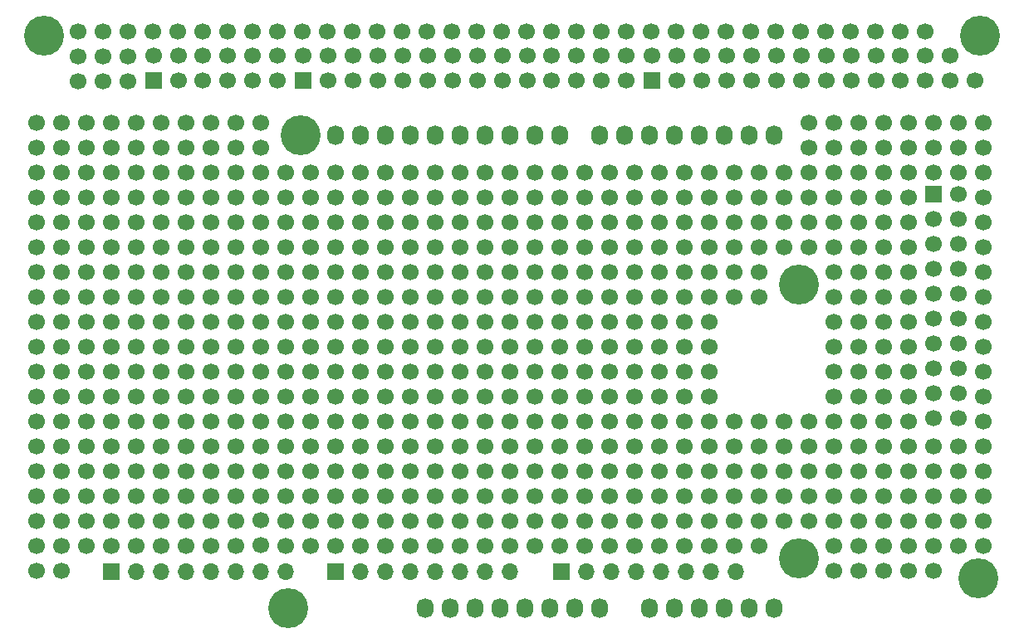
<source format=gbs>
G04 #@! TF.GenerationSoftware,KiCad,Pcbnew,5.1.2*
G04 #@! TF.CreationDate,2019-07-20T20:27:19-05:00*
G04 #@! TF.ProjectId,arduino_shield,61726475-696e-46f5-9f73-6869656c642e,rev?*
G04 #@! TF.SameCoordinates,Original*
G04 #@! TF.FileFunction,Soldermask,Bot*
G04 #@! TF.FilePolarity,Negative*
%FSLAX46Y46*%
G04 Gerber Fmt 4.6, Leading zero omitted, Abs format (unit mm)*
G04 Created by KiCad (PCBNEW 5.1.2) date 2019-07-20 20:27:19*
%MOMM*%
%LPD*%
G04 APERTURE LIST*
%ADD10C,4.064000*%
%ADD11C,3.600000*%
%ADD12R,1.700000X1.700000*%
%ADD13C,1.700000*%
%ADD14O,1.700000X1.700000*%
%ADD15O,1.727200X2.032000*%
G04 APERTURE END LIST*
D10*
X195326000Y-120777000D03*
X195453000Y-65405000D03*
X100076000Y-65405000D03*
D11*
X195351000Y-120657000D03*
X100051000Y-65357000D03*
X195351000Y-65357000D03*
D12*
X190731000Y-81577000D03*
D13*
X193271000Y-81577000D03*
X190731000Y-84117000D03*
X193271000Y-84117000D03*
X190731000Y-86657000D03*
X193271000Y-86657000D03*
X190731000Y-89197000D03*
X193271000Y-89197000D03*
X190731000Y-91737000D03*
X193271000Y-91737000D03*
X190731000Y-94277000D03*
X193271000Y-94277000D03*
X190731000Y-96817000D03*
X193271000Y-96817000D03*
X190731000Y-99357000D03*
X193271000Y-99357000D03*
X190731000Y-101897000D03*
X193271000Y-101897000D03*
X190731000Y-104437000D03*
X193271000Y-104437000D03*
D12*
X161991000Y-69977000D03*
D13*
X161991000Y-67437000D03*
X164531000Y-69977000D03*
X164531000Y-67437000D03*
X167071000Y-69977000D03*
X167071000Y-67437000D03*
X169611000Y-69977000D03*
X169611000Y-67437000D03*
X172151000Y-69977000D03*
X172151000Y-67437000D03*
X174691000Y-69977000D03*
X174691000Y-67437000D03*
X177231000Y-69977000D03*
X177231000Y-67437000D03*
X179771000Y-69977000D03*
X179771000Y-67437000D03*
X182311000Y-69977000D03*
X182311000Y-67437000D03*
X184851000Y-69977000D03*
X184851000Y-67437000D03*
D12*
X126431000Y-69977000D03*
D13*
X126431000Y-67437000D03*
X128971000Y-69977000D03*
X128971000Y-67437000D03*
X131511000Y-69977000D03*
X131511000Y-67437000D03*
X134051000Y-69977000D03*
X134051000Y-67437000D03*
X136591000Y-69977000D03*
X136591000Y-67437000D03*
X139131000Y-69977000D03*
X139131000Y-67437000D03*
X141671000Y-69977000D03*
X141671000Y-67437000D03*
X144211000Y-69977000D03*
X144211000Y-67437000D03*
X146751000Y-69977000D03*
X146751000Y-67437000D03*
X149291000Y-69977000D03*
X149291000Y-67437000D03*
D12*
X111191000Y-69977000D03*
D13*
X111191000Y-67437000D03*
X113731000Y-69977000D03*
X113731000Y-67437000D03*
X101854000Y-120015000D03*
X99314000Y-120015000D03*
X101803200Y-76860400D03*
X99263200Y-74320400D03*
X99263200Y-76860400D03*
X101803200Y-74320400D03*
X111963200Y-76860400D03*
X106883200Y-74320400D03*
X104343200Y-76860400D03*
X114503200Y-76860400D03*
X109423200Y-76860400D03*
X106883200Y-76860400D03*
X122123200Y-76860400D03*
X119583200Y-74320400D03*
X111963200Y-74320400D03*
X119583200Y-76860400D03*
X109423200Y-74320400D03*
X117043200Y-76860400D03*
X117043200Y-74320400D03*
X122123200Y-74320400D03*
X114503200Y-74320400D03*
X104343200Y-74320400D03*
X122174000Y-117449600D03*
X122174000Y-114909600D03*
X119634000Y-117475000D03*
X117094000Y-117475000D03*
X114554000Y-117475000D03*
X112014000Y-117475000D03*
X109474000Y-117475000D03*
X106934000Y-117475000D03*
X104394000Y-117475000D03*
X101854000Y-117475000D03*
X99314000Y-117475000D03*
X119634000Y-114935000D03*
X117094000Y-114935000D03*
X114554000Y-114935000D03*
X112014000Y-114935000D03*
X109474000Y-114935000D03*
X106934000Y-114935000D03*
X104394000Y-114935000D03*
X101854000Y-114935000D03*
X99314000Y-114935000D03*
X119634000Y-112395000D03*
X117094000Y-112395000D03*
X114554000Y-112395000D03*
X112014000Y-112395000D03*
X109474000Y-112395000D03*
X106934000Y-112395000D03*
X104394000Y-112395000D03*
X101854000Y-112395000D03*
X99314000Y-112395000D03*
X119634000Y-109855000D03*
X117094000Y-109855000D03*
X114554000Y-109855000D03*
X112014000Y-109855000D03*
X109474000Y-109855000D03*
X106934000Y-109855000D03*
X104394000Y-109855000D03*
X101854000Y-109855000D03*
X99314000Y-109855000D03*
X119634000Y-107315000D03*
X117094000Y-107315000D03*
X114554000Y-107315000D03*
X112014000Y-107315000D03*
X109474000Y-107315000D03*
X106934000Y-107315000D03*
X104394000Y-107315000D03*
X101854000Y-107315000D03*
X99314000Y-107315000D03*
X119634000Y-104775000D03*
X117094000Y-104775000D03*
X114554000Y-104775000D03*
X112014000Y-104775000D03*
X109474000Y-104775000D03*
X106934000Y-104775000D03*
X104394000Y-104775000D03*
X101854000Y-104775000D03*
X99314000Y-104775000D03*
X119634000Y-102235000D03*
X117094000Y-102235000D03*
X114554000Y-102235000D03*
X112014000Y-102235000D03*
X109474000Y-102235000D03*
X106934000Y-102235000D03*
X104394000Y-102235000D03*
X101854000Y-102235000D03*
X99314000Y-102235000D03*
X119634000Y-99695000D03*
X117094000Y-99695000D03*
X114554000Y-99695000D03*
X112014000Y-99695000D03*
X109474000Y-99695000D03*
X106934000Y-99695000D03*
X104394000Y-99695000D03*
X101854000Y-99695000D03*
X99314000Y-99695000D03*
X119634000Y-97155000D03*
X117094000Y-97155000D03*
X114554000Y-97155000D03*
X112014000Y-97155000D03*
X109474000Y-97155000D03*
X106934000Y-97155000D03*
X104394000Y-97155000D03*
X101854000Y-97155000D03*
X99314000Y-97155000D03*
X119634000Y-94615000D03*
X117094000Y-94615000D03*
X114554000Y-94615000D03*
X112014000Y-94615000D03*
X109474000Y-94615000D03*
X106934000Y-94615000D03*
X104394000Y-94615000D03*
X101854000Y-94615000D03*
X99314000Y-94615000D03*
X119634000Y-92075000D03*
X117094000Y-92075000D03*
X114554000Y-92075000D03*
X112014000Y-92075000D03*
X109474000Y-92075000D03*
X106934000Y-92075000D03*
X104394000Y-92075000D03*
X101854000Y-92075000D03*
X99314000Y-92075000D03*
X119634000Y-89535000D03*
X117094000Y-89535000D03*
X114554000Y-89535000D03*
X112014000Y-89535000D03*
X109474000Y-89535000D03*
X106934000Y-89535000D03*
X104394000Y-89535000D03*
X101854000Y-89535000D03*
X99314000Y-89535000D03*
X119634000Y-86995000D03*
X117094000Y-86995000D03*
X114554000Y-86995000D03*
X112014000Y-86995000D03*
X109474000Y-86995000D03*
X106934000Y-86995000D03*
X104394000Y-86995000D03*
X101854000Y-86995000D03*
X99314000Y-86995000D03*
X119634000Y-84455000D03*
X117094000Y-84455000D03*
X114554000Y-84455000D03*
X112014000Y-84455000D03*
X109474000Y-84455000D03*
X106934000Y-84455000D03*
X104394000Y-84455000D03*
X101854000Y-84455000D03*
X99314000Y-84455000D03*
X119634000Y-81915000D03*
X117094000Y-81915000D03*
X114554000Y-81915000D03*
X112014000Y-81915000D03*
X109474000Y-81915000D03*
X106934000Y-81915000D03*
X104394000Y-81915000D03*
X101854000Y-81915000D03*
X99314000Y-81915000D03*
X195834000Y-79375000D03*
X193294000Y-79375000D03*
X190754000Y-79375000D03*
X188214000Y-79375000D03*
X185674000Y-79375000D03*
X183134000Y-79375000D03*
X180594000Y-79375000D03*
X178054000Y-79375000D03*
X175514000Y-79375000D03*
X172974000Y-79375000D03*
X170434000Y-79375000D03*
X167894000Y-79375000D03*
X165354000Y-79375000D03*
X162814000Y-79375000D03*
X160274000Y-79375000D03*
X157734000Y-79375000D03*
X155194000Y-79375000D03*
X152654000Y-79375000D03*
X150114000Y-79375000D03*
X147574000Y-79375000D03*
X145034000Y-79375000D03*
X142494000Y-79375000D03*
X139954000Y-79375000D03*
X137414000Y-79375000D03*
X134874000Y-79375000D03*
X132334000Y-79375000D03*
X129794000Y-79375000D03*
X127254000Y-79375000D03*
X124714000Y-79375000D03*
X122174000Y-79375000D03*
X119634000Y-79375000D03*
X117094000Y-79375000D03*
X114554000Y-79375000D03*
X112014000Y-79375000D03*
X109474000Y-79375000D03*
X106934000Y-79375000D03*
X104394000Y-79375000D03*
X101854000Y-79375000D03*
X99314000Y-79375000D03*
D14*
X147574000Y-120142000D03*
X145034000Y-120142000D03*
X142494000Y-120142000D03*
X139954000Y-120142000D03*
X137414000Y-120142000D03*
X134874000Y-120142000D03*
X132334000Y-120142000D03*
D12*
X129794000Y-120142000D03*
D14*
X124714000Y-120142000D03*
X122174000Y-120142000D03*
X119634000Y-120142000D03*
X117094000Y-120142000D03*
X114554000Y-120142000D03*
X112014000Y-120142000D03*
X109474000Y-120142000D03*
D12*
X106934000Y-120142000D03*
D14*
X170561000Y-120142000D03*
X168021000Y-120142000D03*
X165481000Y-120142000D03*
X162941000Y-120142000D03*
X160401000Y-120142000D03*
X157861000Y-120142000D03*
X155321000Y-120142000D03*
D12*
X152781000Y-120142000D03*
D13*
X190703200Y-120040400D03*
X188163200Y-120040400D03*
X185623200Y-120040400D03*
X183083200Y-120040400D03*
X180543200Y-120040400D03*
X195783200Y-74320400D03*
X193243200Y-74320400D03*
X190703200Y-74320400D03*
X188163200Y-74320400D03*
X185623200Y-74320400D03*
X183083200Y-74320400D03*
X180543200Y-74320400D03*
X195783200Y-76860400D03*
X193243200Y-76860400D03*
X190703200Y-76860400D03*
X188163200Y-76860400D03*
X185623200Y-76860400D03*
X183083200Y-76860400D03*
X180543200Y-76860400D03*
X178003200Y-74320400D03*
X178003200Y-76860400D03*
X195783200Y-117500400D03*
X193243200Y-117500400D03*
X190703200Y-117500400D03*
X188163200Y-117500400D03*
X185623200Y-117500400D03*
X183083200Y-117500400D03*
X180543200Y-117500400D03*
X194957700Y-69977000D03*
X192417700Y-69977000D03*
X189877700Y-69977000D03*
X187337700Y-69977000D03*
X192417700Y-67437000D03*
X189877700Y-67437000D03*
X187337700Y-67437000D03*
X159397700Y-69977000D03*
X156857700Y-69977000D03*
X154317700Y-69977000D03*
X151777700Y-69977000D03*
X159397700Y-67437000D03*
X156857700Y-67437000D03*
X154317700Y-67437000D03*
X151777700Y-67437000D03*
X123837700Y-69977000D03*
X121297700Y-69977000D03*
X118757700Y-69977000D03*
X116217700Y-69977000D03*
X123837700Y-67437000D03*
X121297700Y-67437000D03*
X118757700Y-67437000D03*
X116217700Y-67437000D03*
X189877700Y-65024000D03*
X187337700Y-65024000D03*
X184797700Y-65024000D03*
X182257700Y-65024000D03*
X179717700Y-65024000D03*
X177177700Y-65024000D03*
X174637700Y-65024000D03*
X172097700Y-65024000D03*
X169557700Y-65024000D03*
X167017700Y-65024000D03*
X164477700Y-65024000D03*
X161937700Y-65024000D03*
X159397700Y-65024000D03*
X156857700Y-65024000D03*
X154317700Y-65024000D03*
X151777700Y-65024000D03*
X149237700Y-65024000D03*
X146697700Y-65024000D03*
X144157700Y-65024000D03*
X141617700Y-65024000D03*
X139077700Y-65024000D03*
X136537700Y-65024000D03*
X133997700Y-65024000D03*
X131457700Y-65024000D03*
X128917700Y-65024000D03*
X126377700Y-65024000D03*
X123837700Y-65024000D03*
X121297700Y-65024000D03*
X118757700Y-65024000D03*
X116217700Y-65024000D03*
X113677700Y-65024000D03*
X111137700Y-65024000D03*
X108597700Y-65024000D03*
X106057700Y-65024000D03*
X103517700Y-65024000D03*
X108597700Y-70104000D03*
X106057700Y-70104000D03*
X103517700Y-70104000D03*
X108597700Y-67564000D03*
X106057700Y-67564000D03*
X103517700Y-67564000D03*
X195834000Y-104775000D03*
X195834000Y-102235000D03*
X195834000Y-99695000D03*
X195834000Y-97155000D03*
X195834000Y-94615000D03*
X195834000Y-92075000D03*
X195834000Y-89535000D03*
X195834000Y-86995000D03*
X195834000Y-84455000D03*
X195834000Y-81915000D03*
X188214000Y-102235000D03*
X185674000Y-102235000D03*
X183134000Y-102235000D03*
X180594000Y-102235000D03*
X188214000Y-99695000D03*
X185674000Y-99695000D03*
X183134000Y-99695000D03*
X180594000Y-99695000D03*
X188214000Y-97155000D03*
X185674000Y-97155000D03*
X183134000Y-97155000D03*
X180594000Y-97155000D03*
X188214000Y-94615000D03*
X185674000Y-94615000D03*
X183134000Y-94615000D03*
X180594000Y-94615000D03*
X188214000Y-92075000D03*
X185674000Y-92075000D03*
X183134000Y-92075000D03*
X180594000Y-92075000D03*
X188214000Y-89535000D03*
X185674000Y-89535000D03*
X183134000Y-89535000D03*
X180594000Y-89535000D03*
X172974000Y-117475000D03*
X170434000Y-117475000D03*
X167894000Y-117475000D03*
X165354000Y-117475000D03*
X162814000Y-117475000D03*
X160274000Y-117475000D03*
X157734000Y-117475000D03*
X155194000Y-117475000D03*
X152654000Y-117475000D03*
X150114000Y-117475000D03*
X147574000Y-117475000D03*
X145034000Y-117475000D03*
X142494000Y-117475000D03*
X139954000Y-117475000D03*
X137414000Y-117475000D03*
X134874000Y-117475000D03*
X132334000Y-117475000D03*
X129794000Y-117475000D03*
X127254000Y-117475000D03*
X124714000Y-117475000D03*
X195834000Y-114935000D03*
X193294000Y-114935000D03*
X190754000Y-114935000D03*
X188214000Y-114935000D03*
X185674000Y-114935000D03*
X183134000Y-114935000D03*
X180594000Y-114935000D03*
X178054000Y-114935000D03*
X175514000Y-114935000D03*
X172974000Y-114935000D03*
X170434000Y-114935000D03*
X167894000Y-114935000D03*
X165354000Y-114935000D03*
X162814000Y-114935000D03*
X160274000Y-114935000D03*
X157734000Y-114935000D03*
X155194000Y-114935000D03*
X152654000Y-114935000D03*
X150114000Y-114935000D03*
X147574000Y-114935000D03*
X145034000Y-114935000D03*
X142494000Y-114935000D03*
X139954000Y-114935000D03*
X137414000Y-114935000D03*
X134874000Y-114935000D03*
X132334000Y-114935000D03*
X129794000Y-114935000D03*
X127254000Y-114935000D03*
X124714000Y-114935000D03*
X195834000Y-112395000D03*
X193294000Y-112395000D03*
X190754000Y-112395000D03*
X188214000Y-112395000D03*
X185674000Y-112395000D03*
X183134000Y-112395000D03*
X180594000Y-112395000D03*
X178054000Y-112395000D03*
X175514000Y-112395000D03*
X172974000Y-112395000D03*
X170434000Y-112395000D03*
X167894000Y-112395000D03*
X165354000Y-112395000D03*
X162814000Y-112395000D03*
X160274000Y-112395000D03*
X157734000Y-112395000D03*
X155194000Y-112395000D03*
X152654000Y-112395000D03*
X150114000Y-112395000D03*
X147574000Y-112395000D03*
X145034000Y-112395000D03*
X142494000Y-112395000D03*
X139954000Y-112395000D03*
X137414000Y-112395000D03*
X134874000Y-112395000D03*
X132334000Y-112395000D03*
X129794000Y-112395000D03*
X127254000Y-112395000D03*
X124714000Y-112395000D03*
X122174000Y-112395000D03*
X195834000Y-109855000D03*
X193294000Y-109855000D03*
X190754000Y-109855000D03*
X188214000Y-109855000D03*
X185674000Y-109855000D03*
X183134000Y-109855000D03*
X180594000Y-109855000D03*
X178054000Y-109855000D03*
X175514000Y-109855000D03*
X172974000Y-109855000D03*
X170434000Y-109855000D03*
X167894000Y-109855000D03*
X165354000Y-109855000D03*
X162814000Y-109855000D03*
X160274000Y-109855000D03*
X157734000Y-109855000D03*
X155194000Y-109855000D03*
X152654000Y-109855000D03*
X150114000Y-109855000D03*
X147574000Y-109855000D03*
X145034000Y-109855000D03*
X142494000Y-109855000D03*
X139954000Y-109855000D03*
X137414000Y-109855000D03*
X134874000Y-109855000D03*
X132334000Y-109855000D03*
X129794000Y-109855000D03*
X127254000Y-109855000D03*
X124714000Y-109855000D03*
X122174000Y-109855000D03*
X195834000Y-107315000D03*
X193294000Y-107315000D03*
X190754000Y-107315000D03*
X188214000Y-107315000D03*
X185674000Y-107315000D03*
X183134000Y-107315000D03*
X180594000Y-107315000D03*
X178054000Y-107315000D03*
X175514000Y-107315000D03*
X172974000Y-107315000D03*
X170434000Y-107315000D03*
X167894000Y-107315000D03*
X165354000Y-107315000D03*
X162814000Y-107315000D03*
X160274000Y-107315000D03*
X157734000Y-107315000D03*
X155194000Y-107315000D03*
X152654000Y-107315000D03*
X150114000Y-107315000D03*
X147574000Y-107315000D03*
X145034000Y-107315000D03*
X142494000Y-107315000D03*
X139954000Y-107315000D03*
X137414000Y-107315000D03*
X134874000Y-107315000D03*
X132334000Y-107315000D03*
X129794000Y-107315000D03*
X127254000Y-107315000D03*
X124714000Y-107315000D03*
X122174000Y-107315000D03*
X188214000Y-104775000D03*
X185674000Y-104775000D03*
X183134000Y-104775000D03*
X180594000Y-104775000D03*
X178054000Y-104775000D03*
X175514000Y-104775000D03*
X172974000Y-104775000D03*
X170434000Y-104775000D03*
X167894000Y-104775000D03*
X165354000Y-104775000D03*
X162814000Y-104775000D03*
X160274000Y-104775000D03*
X157734000Y-104775000D03*
X155194000Y-104775000D03*
X152654000Y-104775000D03*
X150114000Y-104775000D03*
X147574000Y-104775000D03*
X145034000Y-104775000D03*
X142494000Y-104775000D03*
X139954000Y-104775000D03*
X137414000Y-104775000D03*
X134874000Y-104775000D03*
X132334000Y-104775000D03*
X129794000Y-104775000D03*
X127254000Y-104775000D03*
X124714000Y-104775000D03*
X122174000Y-104775000D03*
X167894000Y-102235000D03*
X165354000Y-102235000D03*
X162814000Y-102235000D03*
X160274000Y-102235000D03*
X157734000Y-102235000D03*
X155194000Y-102235000D03*
X152654000Y-102235000D03*
X150114000Y-102235000D03*
X147574000Y-102235000D03*
X145034000Y-102235000D03*
X142494000Y-102235000D03*
X139954000Y-102235000D03*
X137414000Y-102235000D03*
X134874000Y-102235000D03*
X132334000Y-102235000D03*
X129794000Y-102235000D03*
X127254000Y-102235000D03*
X124714000Y-102235000D03*
X122174000Y-102235000D03*
X167894000Y-99695000D03*
X165354000Y-99695000D03*
X162814000Y-99695000D03*
X160274000Y-99695000D03*
X157734000Y-99695000D03*
X155194000Y-99695000D03*
X152654000Y-99695000D03*
X150114000Y-99695000D03*
X147574000Y-99695000D03*
X145034000Y-99695000D03*
X142494000Y-99695000D03*
X139954000Y-99695000D03*
X137414000Y-99695000D03*
X134874000Y-99695000D03*
X132334000Y-99695000D03*
X129794000Y-99695000D03*
X127254000Y-99695000D03*
X124714000Y-99695000D03*
X122174000Y-99695000D03*
X167894000Y-97155000D03*
X165354000Y-97155000D03*
X162814000Y-97155000D03*
X160274000Y-97155000D03*
X157734000Y-97155000D03*
X155194000Y-97155000D03*
X152654000Y-97155000D03*
X150114000Y-97155000D03*
X147574000Y-97155000D03*
X145034000Y-97155000D03*
X142494000Y-97155000D03*
X139954000Y-97155000D03*
X137414000Y-97155000D03*
X134874000Y-97155000D03*
X132334000Y-97155000D03*
X129794000Y-97155000D03*
X127254000Y-97155000D03*
X124714000Y-97155000D03*
X122174000Y-97155000D03*
X167894000Y-94615000D03*
X165354000Y-94615000D03*
X162814000Y-94615000D03*
X160274000Y-94615000D03*
X157734000Y-94615000D03*
X155194000Y-94615000D03*
X152654000Y-94615000D03*
X150114000Y-94615000D03*
X147574000Y-94615000D03*
X145034000Y-94615000D03*
X142494000Y-94615000D03*
X139954000Y-94615000D03*
X137414000Y-94615000D03*
X134874000Y-94615000D03*
X132334000Y-94615000D03*
X129794000Y-94615000D03*
X127254000Y-94615000D03*
X124714000Y-94615000D03*
X122174000Y-94615000D03*
X172974000Y-92075000D03*
X170434000Y-92075000D03*
X167894000Y-92075000D03*
X165354000Y-92075000D03*
X162814000Y-92075000D03*
X160274000Y-92075000D03*
X157734000Y-92075000D03*
X155194000Y-92075000D03*
X152654000Y-92075000D03*
X150114000Y-92075000D03*
X147574000Y-92075000D03*
X145034000Y-92075000D03*
X142494000Y-92075000D03*
X139954000Y-92075000D03*
X137414000Y-92075000D03*
X134874000Y-92075000D03*
X132334000Y-92075000D03*
X129794000Y-92075000D03*
X127254000Y-92075000D03*
X124714000Y-92075000D03*
X122174000Y-92075000D03*
X172974000Y-89535000D03*
X170434000Y-89535000D03*
X167894000Y-89535000D03*
X165354000Y-89535000D03*
X162814000Y-89535000D03*
X160274000Y-89535000D03*
X157734000Y-89535000D03*
X155194000Y-89535000D03*
X152654000Y-89535000D03*
X150114000Y-89535000D03*
X147574000Y-89535000D03*
X145034000Y-89535000D03*
X142494000Y-89535000D03*
X139954000Y-89535000D03*
X137414000Y-89535000D03*
X134874000Y-89535000D03*
X132334000Y-89535000D03*
X129794000Y-89535000D03*
X127254000Y-89535000D03*
X124714000Y-89535000D03*
X122174000Y-89535000D03*
X188214000Y-86995000D03*
X185674000Y-86995000D03*
X183134000Y-86995000D03*
X180594000Y-86995000D03*
X178054000Y-86995000D03*
X175514000Y-86995000D03*
X172974000Y-86995000D03*
X170434000Y-86995000D03*
X167894000Y-86995000D03*
X165354000Y-86995000D03*
X162814000Y-86995000D03*
X160274000Y-86995000D03*
X157734000Y-86995000D03*
X155194000Y-86995000D03*
X152654000Y-86995000D03*
X150114000Y-86995000D03*
X147574000Y-86995000D03*
X145034000Y-86995000D03*
X142494000Y-86995000D03*
X139954000Y-86995000D03*
X137414000Y-86995000D03*
X134874000Y-86995000D03*
X132334000Y-86995000D03*
X129794000Y-86995000D03*
X127254000Y-86995000D03*
X124714000Y-86995000D03*
X122174000Y-86995000D03*
X188214000Y-84455000D03*
X185674000Y-84455000D03*
X183134000Y-84455000D03*
X180594000Y-84455000D03*
X178054000Y-84455000D03*
X175514000Y-84455000D03*
X172974000Y-84455000D03*
X170434000Y-84455000D03*
X167894000Y-84455000D03*
X165354000Y-84455000D03*
X162814000Y-84455000D03*
X160274000Y-84455000D03*
X157734000Y-84455000D03*
X155194000Y-84455000D03*
X152654000Y-84455000D03*
X150114000Y-84455000D03*
X147574000Y-84455000D03*
X145034000Y-84455000D03*
X142494000Y-84455000D03*
X139954000Y-84455000D03*
X137414000Y-84455000D03*
X134874000Y-84455000D03*
X132334000Y-84455000D03*
X129794000Y-84455000D03*
X127254000Y-84455000D03*
X124714000Y-84455000D03*
X122174000Y-84455000D03*
X188214000Y-81915000D03*
X185674000Y-81915000D03*
X183134000Y-81915000D03*
X180594000Y-81915000D03*
X178054000Y-81915000D03*
X175514000Y-81915000D03*
X172974000Y-81915000D03*
X170434000Y-81915000D03*
X167894000Y-81915000D03*
X165354000Y-81915000D03*
X162814000Y-81915000D03*
X160274000Y-81915000D03*
X157734000Y-81915000D03*
X155194000Y-81915000D03*
X152654000Y-81915000D03*
X150114000Y-81915000D03*
X147574000Y-81915000D03*
X145034000Y-81915000D03*
X142494000Y-81915000D03*
X139954000Y-81915000D03*
X137414000Y-81915000D03*
X134874000Y-81915000D03*
X132334000Y-81915000D03*
X129794000Y-81915000D03*
X127254000Y-81915000D03*
X124714000Y-81915000D03*
X122174000Y-81915000D03*
D15*
X138938000Y-123825000D03*
X141478000Y-123825000D03*
X144018000Y-123825000D03*
X146558000Y-123825000D03*
X149098000Y-123825000D03*
X151638000Y-123825000D03*
X154178000Y-123825000D03*
X156718000Y-123825000D03*
X161798000Y-123825000D03*
X164338000Y-123825000D03*
X166878000Y-123825000D03*
X169418000Y-123825000D03*
X171958000Y-123825000D03*
X174498000Y-123825000D03*
X129794000Y-75565000D03*
X132334000Y-75565000D03*
X134874000Y-75565000D03*
X137414000Y-75565000D03*
X139954000Y-75565000D03*
X142494000Y-75565000D03*
X145034000Y-75565000D03*
X147574000Y-75565000D03*
X150114000Y-75565000D03*
X152654000Y-75565000D03*
X156718000Y-75565000D03*
X159258000Y-75565000D03*
X161798000Y-75565000D03*
X164338000Y-75565000D03*
X166878000Y-75565000D03*
X169418000Y-75565000D03*
X171958000Y-75565000D03*
X174498000Y-75565000D03*
D10*
X124968000Y-123825000D03*
X177038000Y-118745000D03*
X126238000Y-75565000D03*
X177038000Y-90805000D03*
M02*

</source>
